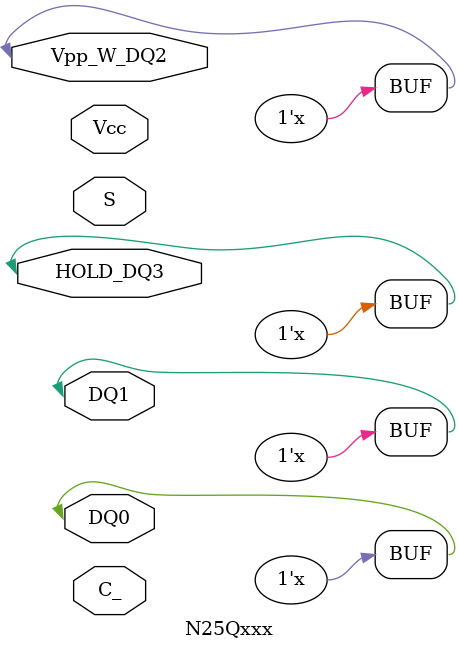
<source format=v>
module N25Qxxx (
    input S,
    input C_,
    inout HOLD_DQ3,
    inout DQ0,
    inout DQ1,
    input Vcc,
    inout Vpp_W_DQ2
);

// Simple behavioral model - just tie off signals
assign DQ0 = 1'bz;
assign DQ1 = 1'bz;
assign HOLD_DQ3 = 1'bz;
assign Vpp_W_DQ2 = 1'bz;

initial begin
    $display("N25Qxxx: Simple flash model initialized");
end

endmodule

</source>
